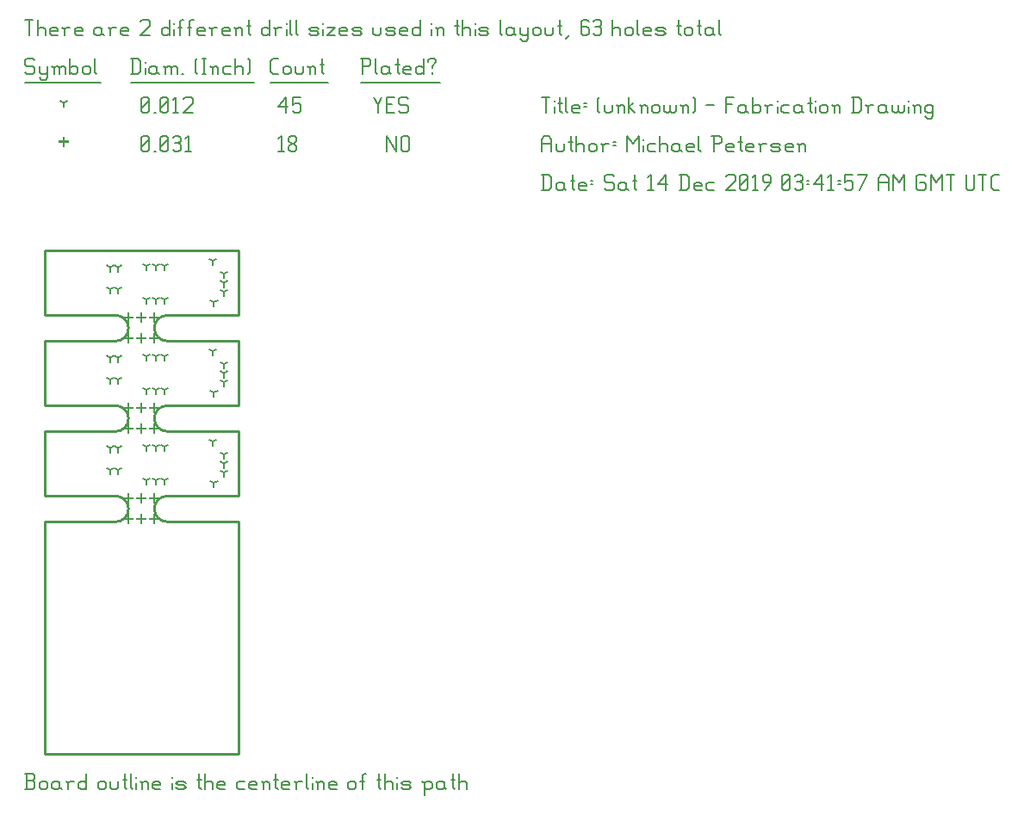
<source format=gbr>
G04 start of page 13 for group -3984 idx -3984 *
G04 Title: (unknown), fab *
G04 Creator: pcb 20140316 *
G04 CreationDate: Sat 14 Dec 2019 03:41:57 AM GMT UTC *
G04 For: railfan *
G04 Format: Gerber/RS-274X *
G04 PCB-Dimensions (mil): 900.00 2000.00 *
G04 PCB-Coordinate-Origin: lower left *
%MOIN*%
%FSLAX25Y25*%
%LNFAB*%
%ADD51C,0.0100*%
%ADD50C,0.0075*%
%ADD49C,0.0060*%
%ADD48R,0.0080X0.0080*%
G54D48*X45000Y174600D02*Y171400D01*
X43400Y173000D02*X46600D01*
X50000Y174600D02*Y171400D01*
X48400Y173000D02*X51600D01*
X45000Y166600D02*Y163400D01*
X43400Y165000D02*X46600D01*
X40000Y166600D02*Y163400D01*
X38400Y165000D02*X41600D01*
X50000Y166600D02*Y163400D01*
X48400Y165000D02*X51600D01*
X40000Y139600D02*Y136400D01*
X38400Y138000D02*X41600D01*
X45000Y139600D02*Y136400D01*
X43400Y138000D02*X46600D01*
X50000Y139600D02*Y136400D01*
X48400Y138000D02*X51600D01*
X45000Y131600D02*Y128400D01*
X43400Y130000D02*X46600D01*
X40000Y131600D02*Y128400D01*
X38400Y130000D02*X41600D01*
X50000Y131600D02*Y128400D01*
X48400Y130000D02*X51600D01*
X40000Y174600D02*Y171400D01*
X38400Y173000D02*X41600D01*
X40000Y104600D02*Y101400D01*
X38400Y103000D02*X41600D01*
X45000Y104600D02*Y101400D01*
X43400Y103000D02*X46600D01*
X50000Y104600D02*Y101400D01*
X48400Y103000D02*X51600D01*
X45000Y96600D02*Y93400D01*
X43400Y95000D02*X46600D01*
X40000Y96600D02*Y93400D01*
X38400Y95000D02*X41600D01*
X50000Y96600D02*Y93400D01*
X48400Y95000D02*X51600D01*
X15000Y242850D02*Y239650D01*
X13400Y241250D02*X16600D01*
G54D49*X140000Y243500D02*Y237500D01*
Y243500D02*X143750Y237500D01*
Y243500D02*Y237500D01*
X145550Y242750D02*Y238250D01*
Y242750D02*X146300Y243500D01*
X147800D01*
X148550Y242750D01*
Y238250D01*
X147800Y237500D02*X148550Y238250D01*
X146300Y237500D02*X147800D01*
X145550Y238250D02*X146300Y237500D01*
X98000Y242300D02*X99200Y243500D01*
Y237500D01*
X98000D02*X100250D01*
X102050Y238250D02*X102800Y237500D01*
X102050Y239450D02*Y238250D01*
Y239450D02*X103100Y240500D01*
X104000D01*
X105050Y239450D01*
Y238250D01*
X104300Y237500D02*X105050Y238250D01*
X102800Y237500D02*X104300D01*
X102050Y241550D02*X103100Y240500D01*
X102050Y242750D02*Y241550D01*
Y242750D02*X102800Y243500D01*
X104300D01*
X105050Y242750D01*
Y241550D01*
X104000Y240500D02*X105050Y241550D01*
X45000Y238250D02*X45750Y237500D01*
X45000Y242750D02*Y238250D01*
Y242750D02*X45750Y243500D01*
X47250D01*
X48000Y242750D01*
Y238250D01*
X47250Y237500D02*X48000Y238250D01*
X45750Y237500D02*X47250D01*
X45000Y239000D02*X48000Y242000D01*
X49800Y237500D02*X50550D01*
X52350Y238250D02*X53100Y237500D01*
X52350Y242750D02*Y238250D01*
Y242750D02*X53100Y243500D01*
X54600D01*
X55350Y242750D01*
Y238250D01*
X54600Y237500D02*X55350Y238250D01*
X53100Y237500D02*X54600D01*
X52350Y239000D02*X55350Y242000D01*
X57150Y242750D02*X57900Y243500D01*
X59400D01*
X60150Y242750D01*
X59400Y237500D02*X60150Y238250D01*
X57900Y237500D02*X59400D01*
X57150Y238250D02*X57900Y237500D01*
Y240800D02*X59400D01*
X60150Y242750D02*Y241550D01*
Y240050D02*Y238250D01*
Y240050D02*X59400Y240800D01*
X60150Y241550D02*X59400Y240800D01*
X61950Y242300D02*X63150Y243500D01*
Y237500D01*
X61950D02*X64200D01*
X33000Y192500D02*Y190900D01*
Y192500D02*X34387Y193300D01*
X33000Y192500D02*X31613Y193300D01*
X33000Y184000D02*Y182400D01*
Y184000D02*X34387Y184800D01*
X33000Y184000D02*X31613Y184800D01*
X36000Y184000D02*Y182400D01*
Y184000D02*X37387Y184800D01*
X36000Y184000D02*X34613Y184800D01*
X36000Y192500D02*Y190900D01*
Y192500D02*X37387Y193300D01*
X36000Y192500D02*X34613Y193300D01*
X47000Y193000D02*Y191400D01*
Y193000D02*X48387Y193800D01*
X47000Y193000D02*X45613Y193800D01*
X50500Y193000D02*Y191400D01*
Y193000D02*X51887Y193800D01*
X50500Y193000D02*X49113Y193800D01*
X54000Y193000D02*Y191400D01*
Y193000D02*X55387Y193800D01*
X54000Y193000D02*X52613Y193800D01*
X47000Y180000D02*Y178400D01*
Y180000D02*X48387Y180800D01*
X47000Y180000D02*X45613Y180800D01*
X50500Y180000D02*Y178400D01*
Y180000D02*X51887Y180800D01*
X50500Y180000D02*X49113Y180800D01*
X54000Y180000D02*Y178400D01*
Y180000D02*X55387Y180800D01*
X54000Y180000D02*X52613Y180800D01*
X77000Y190000D02*Y188400D01*
Y190000D02*X78387Y190800D01*
X77000Y190000D02*X75613Y190800D01*
X77000Y186500D02*Y184900D01*
Y186500D02*X78387Y187300D01*
X77000Y186500D02*X75613Y187300D01*
X73059Y179000D02*Y177400D01*
Y179000D02*X74446Y179800D01*
X73059Y179000D02*X71672Y179800D01*
X72500Y195000D02*Y193400D01*
Y195000D02*X73887Y195800D01*
X72500Y195000D02*X71113Y195800D01*
X77000Y183000D02*Y181400D01*
Y183000D02*X78387Y183800D01*
X77000Y183000D02*X75613Y183800D01*
X33000Y157500D02*Y155900D01*
Y157500D02*X34387Y158300D01*
X33000Y157500D02*X31613Y158300D01*
X33000Y149000D02*Y147400D01*
Y149000D02*X34387Y149800D01*
X33000Y149000D02*X31613Y149800D01*
X36000Y149000D02*Y147400D01*
Y149000D02*X37387Y149800D01*
X36000Y149000D02*X34613Y149800D01*
X36000Y157500D02*Y155900D01*
Y157500D02*X37387Y158300D01*
X36000Y157500D02*X34613Y158300D01*
X47000Y158000D02*Y156400D01*
Y158000D02*X48387Y158800D01*
X47000Y158000D02*X45613Y158800D01*
X50500Y158000D02*Y156400D01*
Y158000D02*X51887Y158800D01*
X50500Y158000D02*X49113Y158800D01*
X54000Y158000D02*Y156400D01*
Y158000D02*X55387Y158800D01*
X54000Y158000D02*X52613Y158800D01*
X47000Y145000D02*Y143400D01*
Y145000D02*X48387Y145800D01*
X47000Y145000D02*X45613Y145800D01*
X50500Y145000D02*Y143400D01*
Y145000D02*X51887Y145800D01*
X50500Y145000D02*X49113Y145800D01*
X54000Y145000D02*Y143400D01*
Y145000D02*X55387Y145800D01*
X54000Y145000D02*X52613Y145800D01*
X77000Y155000D02*Y153400D01*
Y155000D02*X78387Y155800D01*
X77000Y155000D02*X75613Y155800D01*
X77000Y151500D02*Y149900D01*
Y151500D02*X78387Y152300D01*
X77000Y151500D02*X75613Y152300D01*
X73059Y144000D02*Y142400D01*
Y144000D02*X74446Y144800D01*
X73059Y144000D02*X71672Y144800D01*
X72500Y160000D02*Y158400D01*
Y160000D02*X73887Y160800D01*
X72500Y160000D02*X71113Y160800D01*
X77000Y148000D02*Y146400D01*
Y148000D02*X78387Y148800D01*
X77000Y148000D02*X75613Y148800D01*
X33000Y122500D02*Y120900D01*
Y122500D02*X34387Y123300D01*
X33000Y122500D02*X31613Y123300D01*
X33000Y114000D02*Y112400D01*
Y114000D02*X34387Y114800D01*
X33000Y114000D02*X31613Y114800D01*
X36000Y114000D02*Y112400D01*
Y114000D02*X37387Y114800D01*
X36000Y114000D02*X34613Y114800D01*
X36000Y122500D02*Y120900D01*
Y122500D02*X37387Y123300D01*
X36000Y122500D02*X34613Y123300D01*
X47000Y123000D02*Y121400D01*
Y123000D02*X48387Y123800D01*
X47000Y123000D02*X45613Y123800D01*
X50500Y123000D02*Y121400D01*
Y123000D02*X51887Y123800D01*
X50500Y123000D02*X49113Y123800D01*
X54000Y123000D02*Y121400D01*
Y123000D02*X55387Y123800D01*
X54000Y123000D02*X52613Y123800D01*
X47000Y110000D02*Y108400D01*
Y110000D02*X48387Y110800D01*
X47000Y110000D02*X45613Y110800D01*
X50500Y110000D02*Y108400D01*
Y110000D02*X51887Y110800D01*
X50500Y110000D02*X49113Y110800D01*
X54000Y110000D02*Y108400D01*
Y110000D02*X55387Y110800D01*
X54000Y110000D02*X52613Y110800D01*
X77000Y120000D02*Y118400D01*
Y120000D02*X78387Y120800D01*
X77000Y120000D02*X75613Y120800D01*
X77000Y116500D02*Y114900D01*
Y116500D02*X78387Y117300D01*
X77000Y116500D02*X75613Y117300D01*
X73059Y109000D02*Y107400D01*
Y109000D02*X74446Y109800D01*
X73059Y109000D02*X71672Y109800D01*
X72500Y125000D02*Y123400D01*
Y125000D02*X73887Y125800D01*
X72500Y125000D02*X71113Y125800D01*
X77000Y113000D02*Y111400D01*
Y113000D02*X78387Y113800D01*
X77000Y113000D02*X75613Y113800D01*
X15000Y256250D02*Y254650D01*
Y256250D02*X16387Y257050D01*
X15000Y256250D02*X13613Y257050D01*
X135000Y258500D02*X136500Y255500D01*
X138000Y258500D01*
X136500Y255500D02*Y252500D01*
X139800Y255800D02*X142050D01*
X139800Y252500D02*X142800D01*
X139800Y258500D02*Y252500D01*
Y258500D02*X142800D01*
X147600D02*X148350Y257750D01*
X145350Y258500D02*X147600D01*
X144600Y257750D02*X145350Y258500D01*
X144600Y257750D02*Y256250D01*
X145350Y255500D01*
X147600D01*
X148350Y254750D01*
Y253250D01*
X147600Y252500D02*X148350Y253250D01*
X145350Y252500D02*X147600D01*
X144600Y253250D02*X145350Y252500D01*
X98000Y254750D02*X101000Y258500D01*
X98000Y254750D02*X101750D01*
X101000Y258500D02*Y252500D01*
X103550Y258500D02*X106550D01*
X103550D02*Y255500D01*
X104300Y256250D01*
X105800D01*
X106550Y255500D01*
Y253250D01*
X105800Y252500D02*X106550Y253250D01*
X104300Y252500D02*X105800D01*
X103550Y253250D02*X104300Y252500D01*
X45000Y253250D02*X45750Y252500D01*
X45000Y257750D02*Y253250D01*
Y257750D02*X45750Y258500D01*
X47250D01*
X48000Y257750D01*
Y253250D01*
X47250Y252500D02*X48000Y253250D01*
X45750Y252500D02*X47250D01*
X45000Y254000D02*X48000Y257000D01*
X49800Y252500D02*X50550D01*
X52350Y253250D02*X53100Y252500D01*
X52350Y257750D02*Y253250D01*
Y257750D02*X53100Y258500D01*
X54600D01*
X55350Y257750D01*
Y253250D01*
X54600Y252500D02*X55350Y253250D01*
X53100Y252500D02*X54600D01*
X52350Y254000D02*X55350Y257000D01*
X57150Y257300D02*X58350Y258500D01*
Y252500D01*
X57150D02*X59400D01*
X61200Y257750D02*X61950Y258500D01*
X64200D01*
X64950Y257750D01*
Y256250D01*
X61200Y252500D02*X64950Y256250D01*
X61200Y252500D02*X64950D01*
X3000Y273500D02*X3750Y272750D01*
X750Y273500D02*X3000D01*
X0Y272750D02*X750Y273500D01*
X0Y272750D02*Y271250D01*
X750Y270500D01*
X3000D01*
X3750Y269750D01*
Y268250D01*
X3000Y267500D02*X3750Y268250D01*
X750Y267500D02*X3000D01*
X0Y268250D02*X750Y267500D01*
X5550Y270500D02*Y268250D01*
X6300Y267500D01*
X8550Y270500D02*Y266000D01*
X7800Y265250D02*X8550Y266000D01*
X6300Y265250D02*X7800D01*
X5550Y266000D02*X6300Y265250D01*
Y267500D02*X7800D01*
X8550Y268250D01*
X11100Y269750D02*Y267500D01*
Y269750D02*X11850Y270500D01*
X12600D01*
X13350Y269750D01*
Y267500D01*
Y269750D02*X14100Y270500D01*
X14850D01*
X15600Y269750D01*
Y267500D01*
X10350Y270500D02*X11100Y269750D01*
X17400Y273500D02*Y267500D01*
Y268250D02*X18150Y267500D01*
X19650D01*
X20400Y268250D01*
Y269750D02*Y268250D01*
X19650Y270500D02*X20400Y269750D01*
X18150Y270500D02*X19650D01*
X17400Y269750D02*X18150Y270500D01*
X22200Y269750D02*Y268250D01*
Y269750D02*X22950Y270500D01*
X24450D01*
X25200Y269750D01*
Y268250D01*
X24450Y267500D02*X25200Y268250D01*
X22950Y267500D02*X24450D01*
X22200Y268250D02*X22950Y267500D01*
X27000Y273500D02*Y268250D01*
X27750Y267500D01*
X0Y264250D02*X29250D01*
X41750Y273500D02*Y267500D01*
X43700Y273500D02*X44750Y272450D01*
Y268550D01*
X43700Y267500D02*X44750Y268550D01*
X41000Y267500D02*X43700D01*
X41000Y273500D02*X43700D01*
G54D50*X46550Y272000D02*Y271850D01*
G54D49*Y269750D02*Y267500D01*
X50300Y270500D02*X51050Y269750D01*
X48800Y270500D02*X50300D01*
X48050Y269750D02*X48800Y270500D01*
X48050Y269750D02*Y268250D01*
X48800Y267500D01*
X51050Y270500D02*Y268250D01*
X51800Y267500D01*
X48800D02*X50300D01*
X51050Y268250D01*
X54350Y269750D02*Y267500D01*
Y269750D02*X55100Y270500D01*
X55850D01*
X56600Y269750D01*
Y267500D01*
Y269750D02*X57350Y270500D01*
X58100D01*
X58850Y269750D01*
Y267500D01*
X53600Y270500D02*X54350Y269750D01*
X60650Y267500D02*X61400D01*
X65900Y268250D02*X66650Y267500D01*
X65900Y272750D02*X66650Y273500D01*
X65900Y272750D02*Y268250D01*
X68450Y273500D02*X69950D01*
X69200D02*Y267500D01*
X68450D02*X69950D01*
X72500Y269750D02*Y267500D01*
Y269750D02*X73250Y270500D01*
X74000D01*
X74750Y269750D01*
Y267500D01*
X71750Y270500D02*X72500Y269750D01*
X77300Y270500D02*X79550D01*
X76550Y269750D02*X77300Y270500D01*
X76550Y269750D02*Y268250D01*
X77300Y267500D01*
X79550D01*
X81350Y273500D02*Y267500D01*
Y269750D02*X82100Y270500D01*
X83600D01*
X84350Y269750D01*
Y267500D01*
X86150Y273500D02*X86900Y272750D01*
Y268250D01*
X86150Y267500D02*X86900Y268250D01*
X41000Y264250D02*X88700D01*
X96050Y267500D02*X98000D01*
X95000Y268550D02*X96050Y267500D01*
X95000Y272450D02*Y268550D01*
Y272450D02*X96050Y273500D01*
X98000D01*
X99800Y269750D02*Y268250D01*
Y269750D02*X100550Y270500D01*
X102050D01*
X102800Y269750D01*
Y268250D01*
X102050Y267500D02*X102800Y268250D01*
X100550Y267500D02*X102050D01*
X99800Y268250D02*X100550Y267500D01*
X104600Y270500D02*Y268250D01*
X105350Y267500D01*
X106850D01*
X107600Y268250D01*
Y270500D02*Y268250D01*
X110150Y269750D02*Y267500D01*
Y269750D02*X110900Y270500D01*
X111650D01*
X112400Y269750D01*
Y267500D01*
X109400Y270500D02*X110150Y269750D01*
X114950Y273500D02*Y268250D01*
X115700Y267500D01*
X114200Y271250D02*X115700D01*
X95000Y264250D02*X117200D01*
X130750Y273500D02*Y267500D01*
X130000Y273500D02*X133000D01*
X133750Y272750D01*
Y271250D01*
X133000Y270500D02*X133750Y271250D01*
X130750Y270500D02*X133000D01*
X135550Y273500D02*Y268250D01*
X136300Y267500D01*
X140050Y270500D02*X140800Y269750D01*
X138550Y270500D02*X140050D01*
X137800Y269750D02*X138550Y270500D01*
X137800Y269750D02*Y268250D01*
X138550Y267500D01*
X140800Y270500D02*Y268250D01*
X141550Y267500D01*
X138550D02*X140050D01*
X140800Y268250D01*
X144100Y273500D02*Y268250D01*
X144850Y267500D01*
X143350Y271250D02*X144850D01*
X147100Y267500D02*X149350D01*
X146350Y268250D02*X147100Y267500D01*
X146350Y269750D02*Y268250D01*
Y269750D02*X147100Y270500D01*
X148600D01*
X149350Y269750D01*
X146350Y269000D02*X149350D01*
Y269750D02*Y269000D01*
X154150Y273500D02*Y267500D01*
X153400D02*X154150Y268250D01*
X151900Y267500D02*X153400D01*
X151150Y268250D02*X151900Y267500D01*
X151150Y269750D02*Y268250D01*
Y269750D02*X151900Y270500D01*
X153400D01*
X154150Y269750D01*
X157450Y270500D02*Y269750D01*
Y268250D02*Y267500D01*
X155950Y272750D02*Y272000D01*
Y272750D02*X156700Y273500D01*
X158200D01*
X158950Y272750D01*
Y272000D01*
X157450Y270500D02*X158950Y272000D01*
X130000Y264250D02*X160750D01*
X0Y288500D02*X3000D01*
X1500D02*Y282500D01*
X4800Y288500D02*Y282500D01*
Y284750D02*X5550Y285500D01*
X7050D01*
X7800Y284750D01*
Y282500D01*
X10350D02*X12600D01*
X9600Y283250D02*X10350Y282500D01*
X9600Y284750D02*Y283250D01*
Y284750D02*X10350Y285500D01*
X11850D01*
X12600Y284750D01*
X9600Y284000D02*X12600D01*
Y284750D02*Y284000D01*
X15150Y284750D02*Y282500D01*
Y284750D02*X15900Y285500D01*
X17400D01*
X14400D02*X15150Y284750D01*
X19950Y282500D02*X22200D01*
X19200Y283250D02*X19950Y282500D01*
X19200Y284750D02*Y283250D01*
Y284750D02*X19950Y285500D01*
X21450D01*
X22200Y284750D01*
X19200Y284000D02*X22200D01*
Y284750D02*Y284000D01*
X28950Y285500D02*X29700Y284750D01*
X27450Y285500D02*X28950D01*
X26700Y284750D02*X27450Y285500D01*
X26700Y284750D02*Y283250D01*
X27450Y282500D01*
X29700Y285500D02*Y283250D01*
X30450Y282500D01*
X27450D02*X28950D01*
X29700Y283250D01*
X33000Y284750D02*Y282500D01*
Y284750D02*X33750Y285500D01*
X35250D01*
X32250D02*X33000Y284750D01*
X37800Y282500D02*X40050D01*
X37050Y283250D02*X37800Y282500D01*
X37050Y284750D02*Y283250D01*
Y284750D02*X37800Y285500D01*
X39300D01*
X40050Y284750D01*
X37050Y284000D02*X40050D01*
Y284750D02*Y284000D01*
X44550Y287750D02*X45300Y288500D01*
X47550D01*
X48300Y287750D01*
Y286250D01*
X44550Y282500D02*X48300Y286250D01*
X44550Y282500D02*X48300D01*
X55800Y288500D02*Y282500D01*
X55050D02*X55800Y283250D01*
X53550Y282500D02*X55050D01*
X52800Y283250D02*X53550Y282500D01*
X52800Y284750D02*Y283250D01*
Y284750D02*X53550Y285500D01*
X55050D01*
X55800Y284750D01*
G54D50*X57600Y287000D02*Y286850D01*
G54D49*Y284750D02*Y282500D01*
X59850Y287750D02*Y282500D01*
Y287750D02*X60600Y288500D01*
X61350D01*
X59100Y285500D02*X60600D01*
X63600Y287750D02*Y282500D01*
Y287750D02*X64350Y288500D01*
X65100D01*
X62850Y285500D02*X64350D01*
X67350Y282500D02*X69600D01*
X66600Y283250D02*X67350Y282500D01*
X66600Y284750D02*Y283250D01*
Y284750D02*X67350Y285500D01*
X68850D01*
X69600Y284750D01*
X66600Y284000D02*X69600D01*
Y284750D02*Y284000D01*
X72150Y284750D02*Y282500D01*
Y284750D02*X72900Y285500D01*
X74400D01*
X71400D02*X72150Y284750D01*
X76950Y282500D02*X79200D01*
X76200Y283250D02*X76950Y282500D01*
X76200Y284750D02*Y283250D01*
Y284750D02*X76950Y285500D01*
X78450D01*
X79200Y284750D01*
X76200Y284000D02*X79200D01*
Y284750D02*Y284000D01*
X81750Y284750D02*Y282500D01*
Y284750D02*X82500Y285500D01*
X83250D01*
X84000Y284750D01*
Y282500D01*
X81000Y285500D02*X81750Y284750D01*
X86550Y288500D02*Y283250D01*
X87300Y282500D01*
X85800Y286250D02*X87300D01*
X94500Y288500D02*Y282500D01*
X93750D02*X94500Y283250D01*
X92250Y282500D02*X93750D01*
X91500Y283250D02*X92250Y282500D01*
X91500Y284750D02*Y283250D01*
Y284750D02*X92250Y285500D01*
X93750D01*
X94500Y284750D01*
X97050D02*Y282500D01*
Y284750D02*X97800Y285500D01*
X99300D01*
X96300D02*X97050Y284750D01*
G54D50*X101100Y287000D02*Y286850D01*
G54D49*Y284750D02*Y282500D01*
X102600Y288500D02*Y283250D01*
X103350Y282500D01*
X104850Y288500D02*Y283250D01*
X105600Y282500D01*
X110550D02*X112800D01*
X113550Y283250D01*
X112800Y284000D02*X113550Y283250D01*
X110550Y284000D02*X112800D01*
X109800Y284750D02*X110550Y284000D01*
X109800Y284750D02*X110550Y285500D01*
X112800D01*
X113550Y284750D01*
X109800Y283250D02*X110550Y282500D01*
G54D50*X115350Y287000D02*Y286850D01*
G54D49*Y284750D02*Y282500D01*
X116850Y285500D02*X119850D01*
X116850Y282500D02*X119850Y285500D01*
X116850Y282500D02*X119850D01*
X122400D02*X124650D01*
X121650Y283250D02*X122400Y282500D01*
X121650Y284750D02*Y283250D01*
Y284750D02*X122400Y285500D01*
X123900D01*
X124650Y284750D01*
X121650Y284000D02*X124650D01*
Y284750D02*Y284000D01*
X127200Y282500D02*X129450D01*
X130200Y283250D01*
X129450Y284000D02*X130200Y283250D01*
X127200Y284000D02*X129450D01*
X126450Y284750D02*X127200Y284000D01*
X126450Y284750D02*X127200Y285500D01*
X129450D01*
X130200Y284750D01*
X126450Y283250D02*X127200Y282500D01*
X134700Y285500D02*Y283250D01*
X135450Y282500D01*
X136950D01*
X137700Y283250D01*
Y285500D02*Y283250D01*
X140250Y282500D02*X142500D01*
X143250Y283250D01*
X142500Y284000D02*X143250Y283250D01*
X140250Y284000D02*X142500D01*
X139500Y284750D02*X140250Y284000D01*
X139500Y284750D02*X140250Y285500D01*
X142500D01*
X143250Y284750D01*
X139500Y283250D02*X140250Y282500D01*
X145800D02*X148050D01*
X145050Y283250D02*X145800Y282500D01*
X145050Y284750D02*Y283250D01*
Y284750D02*X145800Y285500D01*
X147300D01*
X148050Y284750D01*
X145050Y284000D02*X148050D01*
Y284750D02*Y284000D01*
X152850Y288500D02*Y282500D01*
X152100D02*X152850Y283250D01*
X150600Y282500D02*X152100D01*
X149850Y283250D02*X150600Y282500D01*
X149850Y284750D02*Y283250D01*
Y284750D02*X150600Y285500D01*
X152100D01*
X152850Y284750D01*
G54D50*X157350Y287000D02*Y286850D01*
G54D49*Y284750D02*Y282500D01*
X159600Y284750D02*Y282500D01*
Y284750D02*X160350Y285500D01*
X161100D01*
X161850Y284750D01*
Y282500D01*
X158850Y285500D02*X159600Y284750D01*
X167100Y288500D02*Y283250D01*
X167850Y282500D01*
X166350Y286250D02*X167850D01*
X169350Y288500D02*Y282500D01*
Y284750D02*X170100Y285500D01*
X171600D01*
X172350Y284750D01*
Y282500D01*
G54D50*X174150Y287000D02*Y286850D01*
G54D49*Y284750D02*Y282500D01*
X176400D02*X178650D01*
X179400Y283250D01*
X178650Y284000D02*X179400Y283250D01*
X176400Y284000D02*X178650D01*
X175650Y284750D02*X176400Y284000D01*
X175650Y284750D02*X176400Y285500D01*
X178650D01*
X179400Y284750D01*
X175650Y283250D02*X176400Y282500D01*
X183900Y288500D02*Y283250D01*
X184650Y282500D01*
X188400Y285500D02*X189150Y284750D01*
X186900Y285500D02*X188400D01*
X186150Y284750D02*X186900Y285500D01*
X186150Y284750D02*Y283250D01*
X186900Y282500D01*
X189150Y285500D02*Y283250D01*
X189900Y282500D01*
X186900D02*X188400D01*
X189150Y283250D01*
X191700Y285500D02*Y283250D01*
X192450Y282500D01*
X194700Y285500D02*Y281000D01*
X193950Y280250D02*X194700Y281000D01*
X192450Y280250D02*X193950D01*
X191700Y281000D02*X192450Y280250D01*
Y282500D02*X193950D01*
X194700Y283250D01*
X196500Y284750D02*Y283250D01*
Y284750D02*X197250Y285500D01*
X198750D01*
X199500Y284750D01*
Y283250D01*
X198750Y282500D02*X199500Y283250D01*
X197250Y282500D02*X198750D01*
X196500Y283250D02*X197250Y282500D01*
X201300Y285500D02*Y283250D01*
X202050Y282500D01*
X203550D01*
X204300Y283250D01*
Y285500D02*Y283250D01*
X206850Y288500D02*Y283250D01*
X207600Y282500D01*
X206100Y286250D02*X207600D01*
X209100Y281000D02*X210600Y282500D01*
X217350Y288500D02*X218100Y287750D01*
X215850Y288500D02*X217350D01*
X215100Y287750D02*X215850Y288500D01*
X215100Y287750D02*Y283250D01*
X215850Y282500D01*
X217350Y285800D02*X218100Y285050D01*
X215100Y285800D02*X217350D01*
X215850Y282500D02*X217350D01*
X218100Y283250D01*
Y285050D02*Y283250D01*
X219900Y287750D02*X220650Y288500D01*
X222150D01*
X222900Y287750D01*
X222150Y282500D02*X222900Y283250D01*
X220650Y282500D02*X222150D01*
X219900Y283250D02*X220650Y282500D01*
Y285800D02*X222150D01*
X222900Y287750D02*Y286550D01*
Y285050D02*Y283250D01*
Y285050D02*X222150Y285800D01*
X222900Y286550D02*X222150Y285800D01*
X227400Y288500D02*Y282500D01*
Y284750D02*X228150Y285500D01*
X229650D01*
X230400Y284750D01*
Y282500D01*
X232200Y284750D02*Y283250D01*
Y284750D02*X232950Y285500D01*
X234450D01*
X235200Y284750D01*
Y283250D01*
X234450Y282500D02*X235200Y283250D01*
X232950Y282500D02*X234450D01*
X232200Y283250D02*X232950Y282500D01*
X237000Y288500D02*Y283250D01*
X237750Y282500D01*
X240000D02*X242250D01*
X239250Y283250D02*X240000Y282500D01*
X239250Y284750D02*Y283250D01*
Y284750D02*X240000Y285500D01*
X241500D01*
X242250Y284750D01*
X239250Y284000D02*X242250D01*
Y284750D02*Y284000D01*
X244800Y282500D02*X247050D01*
X247800Y283250D01*
X247050Y284000D02*X247800Y283250D01*
X244800Y284000D02*X247050D01*
X244050Y284750D02*X244800Y284000D01*
X244050Y284750D02*X244800Y285500D01*
X247050D01*
X247800Y284750D01*
X244050Y283250D02*X244800Y282500D01*
X253050Y288500D02*Y283250D01*
X253800Y282500D01*
X252300Y286250D02*X253800D01*
X255300Y284750D02*Y283250D01*
Y284750D02*X256050Y285500D01*
X257550D01*
X258300Y284750D01*
Y283250D01*
X257550Y282500D02*X258300Y283250D01*
X256050Y282500D02*X257550D01*
X255300Y283250D02*X256050Y282500D01*
X260850Y288500D02*Y283250D01*
X261600Y282500D01*
X260100Y286250D02*X261600D01*
X265350Y285500D02*X266100Y284750D01*
X263850Y285500D02*X265350D01*
X263100Y284750D02*X263850Y285500D01*
X263100Y284750D02*Y283250D01*
X263850Y282500D01*
X266100Y285500D02*Y283250D01*
X266850Y282500D01*
X263850D02*X265350D01*
X266100Y283250D01*
X268650Y288500D02*Y283250D01*
X269400Y282500D01*
G54D51*X7500Y199000D02*Y174000D01*
X82500Y199000D02*X7500D01*
X82500D02*Y174000D01*
X7500D02*X35000D01*
X55000D02*X82500D01*
X7500Y164000D02*Y139000D01*
X82500Y164000D02*Y139000D01*
X7500Y129000D02*Y104000D01*
X82500Y129000D02*Y104000D01*
X7500Y139000D02*X35000D01*
X55000D02*X82500D01*
X7500Y164000D02*X35000D01*
X55000D02*X82500D01*
X7500Y129000D02*X35000D01*
X55000D02*X82500D01*
X7500Y104000D02*X35000D01*
X55000D02*X82500D01*
X35000Y94000D02*X7500D01*
Y4000D01*
X82500D01*
Y94000D01*
X55000D01*
X50000Y169000D02*G75*G03X55000Y164000I5000J0D01*G01*
X50000Y169000D02*G75*G02X55000Y174000I5000J0D01*G01*
X40000Y169000D02*G75*G02X35000Y164000I-5000J0D01*G01*
X40000Y169000D02*G75*G03X35000Y174000I-5000J0D01*G01*
X50000Y134000D02*G75*G03X55000Y129000I5000J0D01*G01*
X50000Y134000D02*G75*G02X55000Y139000I5000J0D01*G01*
X40000Y134000D02*G75*G02X35000Y129000I-5000J0D01*G01*
X40000Y134000D02*G75*G03X35000Y139000I-5000J0D01*G01*
X50000Y99000D02*G75*G03X55000Y94000I5000J0D01*G01*
X50000Y99000D02*G75*G02X55000Y104000I5000J0D01*G01*
X40000Y99000D02*G75*G02X35000Y94000I-5000J0D01*G01*
X40000Y99000D02*G75*G03X35000Y104000I-5000J0D01*G01*
G54D49*X0Y-9500D02*X3000D01*
X3750Y-8750D01*
Y-6950D02*Y-8750D01*
X3000Y-6200D02*X3750Y-6950D01*
X750Y-6200D02*X3000D01*
X750Y-3500D02*Y-9500D01*
X0Y-3500D02*X3000D01*
X3750Y-4250D01*
Y-5450D01*
X3000Y-6200D02*X3750Y-5450D01*
X5550Y-7250D02*Y-8750D01*
Y-7250D02*X6300Y-6500D01*
X7800D01*
X8550Y-7250D01*
Y-8750D01*
X7800Y-9500D02*X8550Y-8750D01*
X6300Y-9500D02*X7800D01*
X5550Y-8750D02*X6300Y-9500D01*
X12600Y-6500D02*X13350Y-7250D01*
X11100Y-6500D02*X12600D01*
X10350Y-7250D02*X11100Y-6500D01*
X10350Y-7250D02*Y-8750D01*
X11100Y-9500D01*
X13350Y-6500D02*Y-8750D01*
X14100Y-9500D01*
X11100D02*X12600D01*
X13350Y-8750D01*
X16650Y-7250D02*Y-9500D01*
Y-7250D02*X17400Y-6500D01*
X18900D01*
X15900D02*X16650Y-7250D01*
X23700Y-3500D02*Y-9500D01*
X22950D02*X23700Y-8750D01*
X21450Y-9500D02*X22950D01*
X20700Y-8750D02*X21450Y-9500D01*
X20700Y-7250D02*Y-8750D01*
Y-7250D02*X21450Y-6500D01*
X22950D01*
X23700Y-7250D01*
X28200D02*Y-8750D01*
Y-7250D02*X28950Y-6500D01*
X30450D01*
X31200Y-7250D01*
Y-8750D01*
X30450Y-9500D02*X31200Y-8750D01*
X28950Y-9500D02*X30450D01*
X28200Y-8750D02*X28950Y-9500D01*
X33000Y-6500D02*Y-8750D01*
X33750Y-9500D01*
X35250D01*
X36000Y-8750D01*
Y-6500D02*Y-8750D01*
X38550Y-3500D02*Y-8750D01*
X39300Y-9500D01*
X37800Y-5750D02*X39300D01*
X40800Y-3500D02*Y-8750D01*
X41550Y-9500D01*
G54D50*X43050Y-5000D02*Y-5150D01*
G54D49*Y-7250D02*Y-9500D01*
X45300Y-7250D02*Y-9500D01*
Y-7250D02*X46050Y-6500D01*
X46800D01*
X47550Y-7250D01*
Y-9500D01*
X44550Y-6500D02*X45300Y-7250D01*
X50100Y-9500D02*X52350D01*
X49350Y-8750D02*X50100Y-9500D01*
X49350Y-7250D02*Y-8750D01*
Y-7250D02*X50100Y-6500D01*
X51600D01*
X52350Y-7250D01*
X49350Y-8000D02*X52350D01*
Y-7250D02*Y-8000D01*
G54D50*X56850Y-5000D02*Y-5150D01*
G54D49*Y-7250D02*Y-9500D01*
X59100D02*X61350D01*
X62100Y-8750D01*
X61350Y-8000D02*X62100Y-8750D01*
X59100Y-8000D02*X61350D01*
X58350Y-7250D02*X59100Y-8000D01*
X58350Y-7250D02*X59100Y-6500D01*
X61350D01*
X62100Y-7250D01*
X58350Y-8750D02*X59100Y-9500D01*
X67350Y-3500D02*Y-8750D01*
X68100Y-9500D01*
X66600Y-5750D02*X68100D01*
X69600Y-3500D02*Y-9500D01*
Y-7250D02*X70350Y-6500D01*
X71850D01*
X72600Y-7250D01*
Y-9500D01*
X75150D02*X77400D01*
X74400Y-8750D02*X75150Y-9500D01*
X74400Y-7250D02*Y-8750D01*
Y-7250D02*X75150Y-6500D01*
X76650D01*
X77400Y-7250D01*
X74400Y-8000D02*X77400D01*
Y-7250D02*Y-8000D01*
X82650Y-6500D02*X84900D01*
X81900Y-7250D02*X82650Y-6500D01*
X81900Y-7250D02*Y-8750D01*
X82650Y-9500D01*
X84900D01*
X87450D02*X89700D01*
X86700Y-8750D02*X87450Y-9500D01*
X86700Y-7250D02*Y-8750D01*
Y-7250D02*X87450Y-6500D01*
X88950D01*
X89700Y-7250D01*
X86700Y-8000D02*X89700D01*
Y-7250D02*Y-8000D01*
X92250Y-7250D02*Y-9500D01*
Y-7250D02*X93000Y-6500D01*
X93750D01*
X94500Y-7250D01*
Y-9500D01*
X91500Y-6500D02*X92250Y-7250D01*
X97050Y-3500D02*Y-8750D01*
X97800Y-9500D01*
X96300Y-5750D02*X97800D01*
X100050Y-9500D02*X102300D01*
X99300Y-8750D02*X100050Y-9500D01*
X99300Y-7250D02*Y-8750D01*
Y-7250D02*X100050Y-6500D01*
X101550D01*
X102300Y-7250D01*
X99300Y-8000D02*X102300D01*
Y-7250D02*Y-8000D01*
X104850Y-7250D02*Y-9500D01*
Y-7250D02*X105600Y-6500D01*
X107100D01*
X104100D02*X104850Y-7250D01*
X108900Y-3500D02*Y-8750D01*
X109650Y-9500D01*
G54D50*X111150Y-5000D02*Y-5150D01*
G54D49*Y-7250D02*Y-9500D01*
X113400Y-7250D02*Y-9500D01*
Y-7250D02*X114150Y-6500D01*
X114900D01*
X115650Y-7250D01*
Y-9500D01*
X112650Y-6500D02*X113400Y-7250D01*
X118200Y-9500D02*X120450D01*
X117450Y-8750D02*X118200Y-9500D01*
X117450Y-7250D02*Y-8750D01*
Y-7250D02*X118200Y-6500D01*
X119700D01*
X120450Y-7250D01*
X117450Y-8000D02*X120450D01*
Y-7250D02*Y-8000D01*
X124950Y-7250D02*Y-8750D01*
Y-7250D02*X125700Y-6500D01*
X127200D01*
X127950Y-7250D01*
Y-8750D01*
X127200Y-9500D02*X127950Y-8750D01*
X125700Y-9500D02*X127200D01*
X124950Y-8750D02*X125700Y-9500D01*
X130500Y-4250D02*Y-9500D01*
Y-4250D02*X131250Y-3500D01*
X132000D01*
X129750Y-6500D02*X131250D01*
X136950Y-3500D02*Y-8750D01*
X137700Y-9500D01*
X136200Y-5750D02*X137700D01*
X139200Y-3500D02*Y-9500D01*
Y-7250D02*X139950Y-6500D01*
X141450D01*
X142200Y-7250D01*
Y-9500D01*
G54D50*X144000Y-5000D02*Y-5150D01*
G54D49*Y-7250D02*Y-9500D01*
X146250D02*X148500D01*
X149250Y-8750D01*
X148500Y-8000D02*X149250Y-8750D01*
X146250Y-8000D02*X148500D01*
X145500Y-7250D02*X146250Y-8000D01*
X145500Y-7250D02*X146250Y-6500D01*
X148500D01*
X149250Y-7250D01*
X145500Y-8750D02*X146250Y-9500D01*
X154500Y-7250D02*Y-11750D01*
X153750Y-6500D02*X154500Y-7250D01*
X155250Y-6500D01*
X156750D01*
X157500Y-7250D01*
Y-8750D01*
X156750Y-9500D02*X157500Y-8750D01*
X155250Y-9500D02*X156750D01*
X154500Y-8750D02*X155250Y-9500D01*
X161550Y-6500D02*X162300Y-7250D01*
X160050Y-6500D02*X161550D01*
X159300Y-7250D02*X160050Y-6500D01*
X159300Y-7250D02*Y-8750D01*
X160050Y-9500D01*
X162300Y-6500D02*Y-8750D01*
X163050Y-9500D01*
X160050D02*X161550D01*
X162300Y-8750D01*
X165600Y-3500D02*Y-8750D01*
X166350Y-9500D01*
X164850Y-5750D02*X166350D01*
X167850Y-3500D02*Y-9500D01*
Y-7250D02*X168600Y-6500D01*
X170100D01*
X170850Y-7250D01*
Y-9500D01*
X200750Y228500D02*Y222500D01*
X202700Y228500D02*X203750Y227450D01*
Y223550D01*
X202700Y222500D02*X203750Y223550D01*
X200000Y222500D02*X202700D01*
X200000Y228500D02*X202700D01*
X207800Y225500D02*X208550Y224750D01*
X206300Y225500D02*X207800D01*
X205550Y224750D02*X206300Y225500D01*
X205550Y224750D02*Y223250D01*
X206300Y222500D01*
X208550Y225500D02*Y223250D01*
X209300Y222500D01*
X206300D02*X207800D01*
X208550Y223250D01*
X211850Y228500D02*Y223250D01*
X212600Y222500D01*
X211100Y226250D02*X212600D01*
X214850Y222500D02*X217100D01*
X214100Y223250D02*X214850Y222500D01*
X214100Y224750D02*Y223250D01*
Y224750D02*X214850Y225500D01*
X216350D01*
X217100Y224750D01*
X214100Y224000D02*X217100D01*
Y224750D02*Y224000D01*
X218900Y226250D02*X219650D01*
X218900Y224750D02*X219650D01*
X227150Y228500D02*X227900Y227750D01*
X224900Y228500D02*X227150D01*
X224150Y227750D02*X224900Y228500D01*
X224150Y227750D02*Y226250D01*
X224900Y225500D01*
X227150D01*
X227900Y224750D01*
Y223250D01*
X227150Y222500D02*X227900Y223250D01*
X224900Y222500D02*X227150D01*
X224150Y223250D02*X224900Y222500D01*
X231950Y225500D02*X232700Y224750D01*
X230450Y225500D02*X231950D01*
X229700Y224750D02*X230450Y225500D01*
X229700Y224750D02*Y223250D01*
X230450Y222500D01*
X232700Y225500D02*Y223250D01*
X233450Y222500D01*
X230450D02*X231950D01*
X232700Y223250D01*
X236000Y228500D02*Y223250D01*
X236750Y222500D01*
X235250Y226250D02*X236750D01*
X240950Y227300D02*X242150Y228500D01*
Y222500D01*
X240950D02*X243200D01*
X245000Y224750D02*X248000Y228500D01*
X245000Y224750D02*X248750D01*
X248000Y228500D02*Y222500D01*
X254000Y228500D02*Y222500D01*
X255950Y228500D02*X257000Y227450D01*
Y223550D01*
X255950Y222500D02*X257000Y223550D01*
X253250Y222500D02*X255950D01*
X253250Y228500D02*X255950D01*
X259550Y222500D02*X261800D01*
X258800Y223250D02*X259550Y222500D01*
X258800Y224750D02*Y223250D01*
Y224750D02*X259550Y225500D01*
X261050D01*
X261800Y224750D01*
X258800Y224000D02*X261800D01*
Y224750D02*Y224000D01*
X264350Y225500D02*X266600D01*
X263600Y224750D02*X264350Y225500D01*
X263600Y224750D02*Y223250D01*
X264350Y222500D01*
X266600D01*
X271100Y227750D02*X271850Y228500D01*
X274100D01*
X274850Y227750D01*
Y226250D01*
X271100Y222500D02*X274850Y226250D01*
X271100Y222500D02*X274850D01*
X276650Y223250D02*X277400Y222500D01*
X276650Y227750D02*Y223250D01*
Y227750D02*X277400Y228500D01*
X278900D01*
X279650Y227750D01*
Y223250D01*
X278900Y222500D02*X279650Y223250D01*
X277400Y222500D02*X278900D01*
X276650Y224000D02*X279650Y227000D01*
X281450Y227300D02*X282650Y228500D01*
Y222500D01*
X281450D02*X283700D01*
X286250D02*X288500Y225500D01*
Y227750D02*Y225500D01*
X287750Y228500D02*X288500Y227750D01*
X286250Y228500D02*X287750D01*
X285500Y227750D02*X286250Y228500D01*
X285500Y227750D02*Y226250D01*
X286250Y225500D01*
X288500D01*
X293000Y223250D02*X293750Y222500D01*
X293000Y227750D02*Y223250D01*
Y227750D02*X293750Y228500D01*
X295250D01*
X296000Y227750D01*
Y223250D01*
X295250Y222500D02*X296000Y223250D01*
X293750Y222500D02*X295250D01*
X293000Y224000D02*X296000Y227000D01*
X297800Y227750D02*X298550Y228500D01*
X300050D01*
X300800Y227750D01*
X300050Y222500D02*X300800Y223250D01*
X298550Y222500D02*X300050D01*
X297800Y223250D02*X298550Y222500D01*
Y225800D02*X300050D01*
X300800Y227750D02*Y226550D01*
Y225050D02*Y223250D01*
Y225050D02*X300050Y225800D01*
X300800Y226550D02*X300050Y225800D01*
X302600Y226250D02*X303350D01*
X302600Y224750D02*X303350D01*
X305150D02*X308150Y228500D01*
X305150Y224750D02*X308900D01*
X308150Y228500D02*Y222500D01*
X310700Y227300D02*X311900Y228500D01*
Y222500D01*
X310700D02*X312950D01*
X314750Y226250D02*X315500D01*
X314750Y224750D02*X315500D01*
X317300Y228500D02*X320300D01*
X317300D02*Y225500D01*
X318050Y226250D01*
X319550D01*
X320300Y225500D01*
Y223250D01*
X319550Y222500D02*X320300Y223250D01*
X318050Y222500D02*X319550D01*
X317300Y223250D02*X318050Y222500D01*
X322850D02*X325850Y228500D01*
X322100D02*X325850D01*
X330350Y227000D02*Y222500D01*
Y227000D02*X331400Y228500D01*
X333050D01*
X334100Y227000D01*
Y222500D01*
X330350Y225500D02*X334100D01*
X335900Y228500D02*Y222500D01*
Y228500D02*X338150Y225500D01*
X340400Y228500D01*
Y222500D01*
X347900Y228500D02*X348650Y227750D01*
X345650Y228500D02*X347900D01*
X344900Y227750D02*X345650Y228500D01*
X344900Y227750D02*Y223250D01*
X345650Y222500D01*
X347900D01*
X348650Y223250D01*
Y224750D02*Y223250D01*
X347900Y225500D02*X348650Y224750D01*
X346400Y225500D02*X347900D01*
X350450Y228500D02*Y222500D01*
Y228500D02*X352700Y225500D01*
X354950Y228500D01*
Y222500D01*
X356750Y228500D02*X359750D01*
X358250D02*Y222500D01*
X364250Y228500D02*Y223250D01*
X365000Y222500D01*
X366500D01*
X367250Y223250D01*
Y228500D02*Y223250D01*
X369050Y228500D02*X372050D01*
X370550D02*Y222500D01*
X374900D02*X376850D01*
X373850Y223550D02*X374900Y222500D01*
X373850Y227450D02*Y223550D01*
Y227450D02*X374900Y228500D01*
X376850D01*
X200000Y242000D02*Y237500D01*
Y242000D02*X201050Y243500D01*
X202700D01*
X203750Y242000D01*
Y237500D01*
X200000Y240500D02*X203750D01*
X205550D02*Y238250D01*
X206300Y237500D01*
X207800D01*
X208550Y238250D01*
Y240500D02*Y238250D01*
X211100Y243500D02*Y238250D01*
X211850Y237500D01*
X210350Y241250D02*X211850D01*
X213350Y243500D02*Y237500D01*
Y239750D02*X214100Y240500D01*
X215600D01*
X216350Y239750D01*
Y237500D01*
X218150Y239750D02*Y238250D01*
Y239750D02*X218900Y240500D01*
X220400D01*
X221150Y239750D01*
Y238250D01*
X220400Y237500D02*X221150Y238250D01*
X218900Y237500D02*X220400D01*
X218150Y238250D02*X218900Y237500D01*
X223700Y239750D02*Y237500D01*
Y239750D02*X224450Y240500D01*
X225950D01*
X222950D02*X223700Y239750D01*
X227750Y241250D02*X228500D01*
X227750Y239750D02*X228500D01*
X233000Y243500D02*Y237500D01*
Y243500D02*X235250Y240500D01*
X237500Y243500D01*
Y237500D01*
G54D50*X239300Y242000D02*Y241850D01*
G54D49*Y239750D02*Y237500D01*
X241550Y240500D02*X243800D01*
X240800Y239750D02*X241550Y240500D01*
X240800Y239750D02*Y238250D01*
X241550Y237500D01*
X243800D01*
X245600Y243500D02*Y237500D01*
Y239750D02*X246350Y240500D01*
X247850D01*
X248600Y239750D01*
Y237500D01*
X252650Y240500D02*X253400Y239750D01*
X251150Y240500D02*X252650D01*
X250400Y239750D02*X251150Y240500D01*
X250400Y239750D02*Y238250D01*
X251150Y237500D01*
X253400Y240500D02*Y238250D01*
X254150Y237500D01*
X251150D02*X252650D01*
X253400Y238250D01*
X256700Y237500D02*X258950D01*
X255950Y238250D02*X256700Y237500D01*
X255950Y239750D02*Y238250D01*
Y239750D02*X256700Y240500D01*
X258200D01*
X258950Y239750D01*
X255950Y239000D02*X258950D01*
Y239750D02*Y239000D01*
X260750Y243500D02*Y238250D01*
X261500Y237500D01*
X266450Y243500D02*Y237500D01*
X265700Y243500D02*X268700D01*
X269450Y242750D01*
Y241250D01*
X268700Y240500D02*X269450Y241250D01*
X266450Y240500D02*X268700D01*
X272000Y237500D02*X274250D01*
X271250Y238250D02*X272000Y237500D01*
X271250Y239750D02*Y238250D01*
Y239750D02*X272000Y240500D01*
X273500D01*
X274250Y239750D01*
X271250Y239000D02*X274250D01*
Y239750D02*Y239000D01*
X276800Y243500D02*Y238250D01*
X277550Y237500D01*
X276050Y241250D02*X277550D01*
X279800Y237500D02*X282050D01*
X279050Y238250D02*X279800Y237500D01*
X279050Y239750D02*Y238250D01*
Y239750D02*X279800Y240500D01*
X281300D01*
X282050Y239750D01*
X279050Y239000D02*X282050D01*
Y239750D02*Y239000D01*
X284600Y239750D02*Y237500D01*
Y239750D02*X285350Y240500D01*
X286850D01*
X283850D02*X284600Y239750D01*
X289400Y237500D02*X291650D01*
X292400Y238250D01*
X291650Y239000D02*X292400Y238250D01*
X289400Y239000D02*X291650D01*
X288650Y239750D02*X289400Y239000D01*
X288650Y239750D02*X289400Y240500D01*
X291650D01*
X292400Y239750D01*
X288650Y238250D02*X289400Y237500D01*
X294950D02*X297200D01*
X294200Y238250D02*X294950Y237500D01*
X294200Y239750D02*Y238250D01*
Y239750D02*X294950Y240500D01*
X296450D01*
X297200Y239750D01*
X294200Y239000D02*X297200D01*
Y239750D02*Y239000D01*
X299750Y239750D02*Y237500D01*
Y239750D02*X300500Y240500D01*
X301250D01*
X302000Y239750D01*
Y237500D01*
X299000Y240500D02*X299750Y239750D01*
X200000Y258500D02*X203000D01*
X201500D02*Y252500D01*
G54D50*X204800Y257000D02*Y256850D01*
G54D49*Y254750D02*Y252500D01*
X207050Y258500D02*Y253250D01*
X207800Y252500D01*
X206300Y256250D02*X207800D01*
X209300Y258500D02*Y253250D01*
X210050Y252500D01*
X212300D02*X214550D01*
X211550Y253250D02*X212300Y252500D01*
X211550Y254750D02*Y253250D01*
Y254750D02*X212300Y255500D01*
X213800D01*
X214550Y254750D01*
X211550Y254000D02*X214550D01*
Y254750D02*Y254000D01*
X216350Y256250D02*X217100D01*
X216350Y254750D02*X217100D01*
X221600Y253250D02*X222350Y252500D01*
X221600Y257750D02*X222350Y258500D01*
X221600Y257750D02*Y253250D01*
X224150Y255500D02*Y253250D01*
X224900Y252500D01*
X226400D01*
X227150Y253250D01*
Y255500D02*Y253250D01*
X229700Y254750D02*Y252500D01*
Y254750D02*X230450Y255500D01*
X231200D01*
X231950Y254750D01*
Y252500D01*
X228950Y255500D02*X229700Y254750D01*
X233750Y258500D02*Y252500D01*
Y254750D02*X236000Y252500D01*
X233750Y254750D02*X235250Y256250D01*
X238550Y254750D02*Y252500D01*
Y254750D02*X239300Y255500D01*
X240050D01*
X240800Y254750D01*
Y252500D01*
X237800Y255500D02*X238550Y254750D01*
X242600D02*Y253250D01*
Y254750D02*X243350Y255500D01*
X244850D01*
X245600Y254750D01*
Y253250D01*
X244850Y252500D02*X245600Y253250D01*
X243350Y252500D02*X244850D01*
X242600Y253250D02*X243350Y252500D01*
X247400Y255500D02*Y253250D01*
X248150Y252500D01*
X248900D01*
X249650Y253250D01*
Y255500D02*Y253250D01*
X250400Y252500D01*
X251150D01*
X251900Y253250D01*
Y255500D02*Y253250D01*
X254450Y254750D02*Y252500D01*
Y254750D02*X255200Y255500D01*
X255950D01*
X256700Y254750D01*
Y252500D01*
X253700Y255500D02*X254450Y254750D01*
X258500Y258500D02*X259250Y257750D01*
Y253250D01*
X258500Y252500D02*X259250Y253250D01*
X263750Y255500D02*X266750D01*
X271250Y258500D02*Y252500D01*
Y258500D02*X274250D01*
X271250Y255800D02*X273500D01*
X278300Y255500D02*X279050Y254750D01*
X276800Y255500D02*X278300D01*
X276050Y254750D02*X276800Y255500D01*
X276050Y254750D02*Y253250D01*
X276800Y252500D01*
X279050Y255500D02*Y253250D01*
X279800Y252500D01*
X276800D02*X278300D01*
X279050Y253250D01*
X281600Y258500D02*Y252500D01*
Y253250D02*X282350Y252500D01*
X283850D01*
X284600Y253250D01*
Y254750D02*Y253250D01*
X283850Y255500D02*X284600Y254750D01*
X282350Y255500D02*X283850D01*
X281600Y254750D02*X282350Y255500D01*
X287150Y254750D02*Y252500D01*
Y254750D02*X287900Y255500D01*
X289400D01*
X286400D02*X287150Y254750D01*
G54D50*X291200Y257000D02*Y256850D01*
G54D49*Y254750D02*Y252500D01*
X293450Y255500D02*X295700D01*
X292700Y254750D02*X293450Y255500D01*
X292700Y254750D02*Y253250D01*
X293450Y252500D01*
X295700D01*
X299750Y255500D02*X300500Y254750D01*
X298250Y255500D02*X299750D01*
X297500Y254750D02*X298250Y255500D01*
X297500Y254750D02*Y253250D01*
X298250Y252500D01*
X300500Y255500D02*Y253250D01*
X301250Y252500D01*
X298250D02*X299750D01*
X300500Y253250D01*
X303800Y258500D02*Y253250D01*
X304550Y252500D01*
X303050Y256250D02*X304550D01*
G54D50*X306050Y257000D02*Y256850D01*
G54D49*Y254750D02*Y252500D01*
X307550Y254750D02*Y253250D01*
Y254750D02*X308300Y255500D01*
X309800D01*
X310550Y254750D01*
Y253250D01*
X309800Y252500D02*X310550Y253250D01*
X308300Y252500D02*X309800D01*
X307550Y253250D02*X308300Y252500D01*
X313100Y254750D02*Y252500D01*
Y254750D02*X313850Y255500D01*
X314600D01*
X315350Y254750D01*
Y252500D01*
X312350Y255500D02*X313100Y254750D01*
X320600Y258500D02*Y252500D01*
X322550Y258500D02*X323600Y257450D01*
Y253550D01*
X322550Y252500D02*X323600Y253550D01*
X319850Y252500D02*X322550D01*
X319850Y258500D02*X322550D01*
X326150Y254750D02*Y252500D01*
Y254750D02*X326900Y255500D01*
X328400D01*
X325400D02*X326150Y254750D01*
X332450Y255500D02*X333200Y254750D01*
X330950Y255500D02*X332450D01*
X330200Y254750D02*X330950Y255500D01*
X330200Y254750D02*Y253250D01*
X330950Y252500D01*
X333200Y255500D02*Y253250D01*
X333950Y252500D01*
X330950D02*X332450D01*
X333200Y253250D01*
X335750Y255500D02*Y253250D01*
X336500Y252500D01*
X337250D01*
X338000Y253250D01*
Y255500D02*Y253250D01*
X338750Y252500D01*
X339500D01*
X340250Y253250D01*
Y255500D02*Y253250D01*
G54D50*X342050Y257000D02*Y256850D01*
G54D49*Y254750D02*Y252500D01*
X344300Y254750D02*Y252500D01*
Y254750D02*X345050Y255500D01*
X345800D01*
X346550Y254750D01*
Y252500D01*
X343550Y255500D02*X344300Y254750D01*
X350600Y255500D02*X351350Y254750D01*
X349100Y255500D02*X350600D01*
X348350Y254750D02*X349100Y255500D01*
X348350Y254750D02*Y253250D01*
X349100Y252500D01*
X350600D01*
X351350Y253250D01*
X348350Y251000D02*X349100Y250250D01*
X350600D01*
X351350Y251000D01*
Y255500D02*Y251000D01*
M02*

</source>
